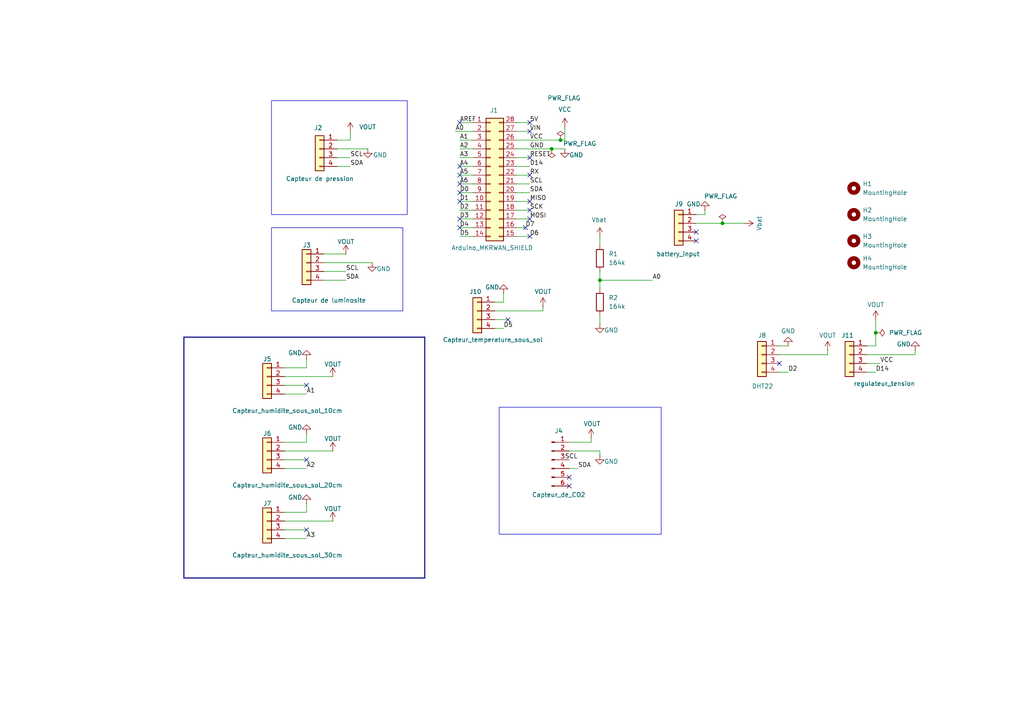
<source format=kicad_sch>
(kicad_sch (version 20250114) (generator "eeschema") (generator_version "9.0")
  (paper "A4")
  (lib_symbols
    (symbol "Connector:Conn_01x06_Pin" (pin_names (offset 1.016) (hide yes))
      (property "Reference" "J" (at 0 7.62 0))
      (property "Value" "Conn_01x06_Pin" (at 0 -10.16 0))
      (symbol "Conn_01x06_Pin_1_1"
        (rectangle (start 0.8636 5.207) (end 0 4.953) (stroke (width 0.1524)) (fill (type outline)))
        (rectangle (start 0.8636 2.667) (end 0 2.413) (stroke (width 0.1524)) (fill (type outline)))
        (rectangle (start 0.8636 0.127) (end 0 -0.127) (stroke (width 0.1524)) (fill (type outline)))
        (rectangle (start 0.8636 -2.413) (end 0 -2.667) (stroke (width 0.1524)) (fill (type outline)))
        (rectangle (start 0.8636 -4.953) (end 0 -5.207) (stroke (width 0.1524)) (fill (type outline)))
        (rectangle (start 0.8636 -7.493) (end 0 -7.747) (stroke (width 0.1524)) (fill (type outline)))
        (polyline (pts (xy 1.27 5.08) (xy 0.8636 5.08)) (stroke (width 0.1524)))
        (polyline (pts (xy 1.27 2.54) (xy 0.8636 2.54)) (stroke (width 0.1524)))
        (polyline (pts (xy 1.27 0) (xy 0.8636 0)) (stroke (width 0.1524)))
        (polyline (pts (xy 1.27 -2.54) (xy 0.8636 -2.54)) (stroke (width 0.1524)))
        (polyline (pts (xy 1.27 -5.08) (xy 0.8636 -5.08)) (stroke (width 0.1524)))
        (polyline (pts (xy 1.27 -7.62) (xy 0.8636 -7.62)) (stroke (width 0.1524)))
        (pin passive line (at 5.08 5.08 180) (length 3.81) (name "Pin_1") (number "1"))
        (pin passive line (at 5.08 2.54 180) (length 3.81) (name "Pin_2") (number "2"))
        (pin passive line (at 5.08 0 180) (length 3.81) (name "Pin_3") (number "3"))
        (pin passive line (at 5.08 -2.54 180) (length 3.81) (name "Pin_4") (number "4"))
        (pin passive line (at 5.08 -5.08 180) (length 3.81) (name "Pin_5") (number "5"))
        (pin passive line (at 5.08 -7.62 180) (length 3.81) (name "Pin_6") (number "6"))
      )
    )
    (symbol "Connector_Generic:Conn_01x04" (pin_names (offset 1.016) (hide yes))
      (property "Reference" "J" (at 0 5.08 0))
      (property "Value" "Conn_01x04" (at 0 -7.62 0))
      (symbol "Conn_01x04_1_1"
        (rectangle (start -1.27 3.81) (end 1.27 -6.35) (stroke (width 0.254)) (fill (type background)))
        (rectangle (start -1.27 2.667) (end 0 2.413) (stroke (width 0.1524)))
        (rectangle (start -1.27 0.127) (end 0 -0.127) (stroke (width 0.1524)))
        (rectangle (start -1.27 -2.413) (end 0 -2.667) (stroke (width 0.1524)))
        (rectangle (start -1.27 -4.953) (end 0 -5.207) (stroke (width 0.1524)))
        (pin passive line (at -5.08 2.54 0) (length 3.81) (name "Pin_1") (number "1"))
        (pin passive line (at -5.08 0 0) (length 3.81) (name "Pin_2") (number "2"))
        (pin passive line (at -5.08 -2.54 0) (length 3.81) (name "Pin_3") (number "3"))
        (pin passive line (at -5.08 -5.08 0) (length 3.81) (name "Pin_4") (number "4"))
      )
    )
    (symbol "Connector_Generic:Conn_02x14_Counter_Clockwise" (pin_names (offset 1.016) (hide yes))
      (property "Reference" "J" (at 1.27 17.78 0))
      (property "Value" "Conn_02x14_Counter_Clockwise" (at 1.27 -20.32 0))
      (symbol "Conn_02x14_Counter_Clockwise_1_1"
        (rectangle (start -1.27 16.51) (end 3.81 -19.05) (stroke (width 0.254)) (fill (type background)))
        (rectangle (start -1.27 15.367) (end 0 15.113) (stroke (width 0.1524)))
        (rectangle (start -1.27 12.827) (end 0 12.573) (stroke (width 0.1524)))
        (rectangle (start -1.27 10.287) (end 0 10.033) (stroke (width 0.1524)))
        (rectangle (start -1.27 7.747) (end 0 7.493) (stroke (width 0.1524)))
        (rectangle (start -1.27 5.207) (end 0 4.953) (stroke (width 0.1524)))
        (rectangle (start -1.27 2.667) (end 0 2.413) (stroke (width 0.1524)))
        (rectangle (start -1.27 0.127) (end 0 -0.127) (stroke (width 0.1524)))
        (rectangle (start -1.27 -2.413) (end 0 -2.667) (stroke (width 0.1524)))
        (rectangle (start -1.27 -4.953) (end 0 -5.207) (stroke (width 0.1524)))
        (rectangle (start -1.27 -7.493) (end 0 -7.747) (stroke (width 0.1524)))
        (rectangle (start -1.27 -10.033) (end 0 -10.287) (stroke (width 0.1524)))
        (rectangle (start -1.27 -12.573) (end 0 -12.827) (stroke (width 0.1524)))
        (rectangle (start -1.27 -15.113) (end 0 -15.367) (stroke (width 0.1524)))
        (rectangle (start -1.27 -17.653) (end 0 -17.907) (stroke (width 0.1524)))
        (rectangle (start 3.81 15.367) (end 2.54 15.113) (stroke (width 0.1524)))
        (rectangle (start 3.81 12.827) (end 2.54 12.573) (stroke (width 0.1524)))
        (rectangle (start 3.81 10.287) (end 2.54 10.033) (stroke (width 0.1524)))
        (rectangle (start 3.81 7.747) (end 2.54 7.493) (stroke (width 0.1524)))
        (rectangle (start 3.81 5.207) (end 2.54 4.953) (stroke (width 0.1524)))
        (rectangle (start 3.81 2.667) (end 2.54 2.413) (stroke (width 0.1524)))
        (rectangle (start 3.81 0.127) (end 2.54 -0.127) (stroke (width 0.1524)))
        (rectangle (start 3.81 -2.413) (end 2.54 -2.667) (stroke (width 0.1524)))
        (rectangle (start 3.81 -4.953) (end 2.54 -5.207) (stroke (width 0.1524)))
        (rectangle (start 3.81 -7.493) (end 2.54 -7.747) (stroke (width 0.1524)))
        (rectangle (start 3.81 -10.033) (end 2.54 -10.287) (stroke (width 0.1524)))
        (rectangle (start 3.81 -12.573) (end 2.54 -12.827) (stroke (width 0.1524)))
        (rectangle (start 3.81 -15.113) (end 2.54 -15.367) (stroke (width 0.1524)))
        (rectangle (start 3.81 -17.653) (end 2.54 -17.907) (stroke (width 0.1524)))
        (pin passive line (at -5.08 15.24 0) (length 3.81) (name "Pin_1") (number "1"))
        (pin passive line (at -5.08 12.7 0) (length 3.81) (name "Pin_2") (number "2"))
        (pin passive line (at -5.08 10.16 0) (length 3.81) (name "Pin_3") (number "3"))
        (pin passive line (at -5.08 7.62 0) (length 3.81) (name "Pin_4") (number "4"))
        (pin passive line (at -5.08 5.08 0) (length 3.81) (name "Pin_5") (number "5"))
        (pin passive line (at -5.08 2.54 0) (length 3.81) (name "Pin_6") (number "6"))
        (pin passive line (at -5.08 0 0) (length 3.81) (name "Pin_7") (number "7"))
        (pin passive line (at -5.08 -2.54 0) (length 3.81) (name "Pin_8") (number "8"))
        (pin passive line (at -5.08 -5.08 0) (length 3.81) (name "Pin_9") (number "9"))
        (pin passive line (at -5.08 -7.62 0) (length 3.81) (name "Pin_10") (number "10"))
        (pin passive line (at -5.08 -10.16 0) (length 3.81) (name "Pin_11") (number "11"))
        (pin passive line (at -5.08 -12.7 0) (length 3.81) (name "Pin_12") (number "12"))
        (pin passive line (at -5.08 -15.24 0) (length 3.81) (name "Pin_13") (number "13"))
        (pin passive line (at -5.08 -17.78 0) (length 3.81) (name "Pin_14") (number "14"))
        (pin passive line (at 7.62 15.24 180) (length 3.81) (name "Pin_28") (number "28"))
        (pin passive line (at 7.62 12.7 180) (length 3.81) (name "Pin_27") (number "27"))
        (pin passive line (at 7.62 10.16 180) (length 3.81) (name "Pin_26") (number "26"))
        (pin passive line (at 7.62 7.62 180) (length 3.81) (name "Pin_25") (number "25"))
        (pin passive line (at 7.62 5.08 180) (length 3.81) (name "Pin_24") (number "24"))
        (pin passive line (at 7.62 2.54 180) (length 3.81) (name "Pin_23") (number "23"))
        (pin passive line (at 7.62 0 180) (length 3.81) (name "Pin_22") (number "22"))
        (pin passive line (at 7.62 -2.54 180) (length 3.81) (name "Pin_21") (number "21"))
        (pin passive line (at 7.62 -5.08 180) (length 3.81) (name "Pin_20") (number "20"))
        (pin passive line (at 7.62 -7.62 180) (length 3.81) (name "Pin_19") (number "19"))
        (pin passive line (at 7.62 -10.16 180) (length 3.81) (name "Pin_18") (number "18"))
        (pin passive line (at 7.62 -12.7 180) (length 3.81) (name "Pin_17") (number "17"))
        (pin passive line (at 7.62 -15.24 180) (length 3.81) (name "Pin_16") (number "16"))
        (pin passive line (at 7.62 -17.78 180) (length 3.81) (name "Pin_15") (number "15"))
      )
    )
    (symbol "Device:R" (pin_numbers (hide yes)) (pin_names (offset 0))
      (property "Reference" "R" (at 2.032 0 90))
      (property "Value" "R" (at 0 0 90))
      (symbol "R_0_1"
        (rectangle (start -1.016 -2.54) (end 1.016 2.54) (stroke (width 0.254)))
      )
      (symbol "R_1_1"
        (pin passive line (at 0 3.81 270) (length 1.27) (name "~") (number "1"))
        (pin passive line (at 0 -3.81 90) (length 1.27) (name "~") (number "2"))
      )
    )
    (symbol "Mechanical:MountingHole" (pin_names (offset 1.016)) (exclude_from_sim yes) (in_bom no)
      (property "Reference" "H" (at 0 5.08 0))
      (property "Value" "MountingHole" (at 0 3.175 0))
      (symbol "MountingHole_0_1"
        (circle (center 0 0) (radius 1.27) (stroke (width 1.27)))
      )
    )
    (symbol "power:+3.3V" (power) (pin_numbers (hide yes)) (pin_names (offset 0) (hide yes))
      (property "Value" "+3.3V" (at 0 3.556 0))
      (symbol "+3.3V_0_1"
        (polyline (pts (xy -0.762 1.27) (xy 0 2.54)))
        (polyline (pts (xy 0 2.54) (xy 0.762 1.27)))
        (polyline (pts (xy 0 0) (xy 0 2.54)))
      )
      (symbol "+3.3V_1_1"
        (pin power_in line (at 0 0 90) (length 0) (name "~") (number "1"))
      )
    )
    (symbol "power:GND" (power) (pin_numbers (hide yes)) (pin_names (offset 0) (hide yes))
      (property "Value" "GND" (at 0 -3.81 0))
      (symbol "GND_0_1"
        (polyline (pts (xy 0 0) (xy 0 -1.27) (xy 1.27 -1.27) (xy 0 -2.54) (xy -1.27 -1.27) (xy 0 -1.27)))
      )
      (symbol "GND_1_1"
        (pin power_in line (at 0 0 270) (length 0) (name "~") (number "1"))
      )
    )
    (symbol "power:PWR_FLAG" (power) (pin_numbers (hide yes)) (pin_names (offset 0) (hide yes))
      (property "Value" "PWR_FLAG" (at 0 3.81 0))
      (symbol "PWR_FLAG_0_0"
        (pin power_out line (at 0 0 90) (length 0) (name "~") (number "1"))
      )
      (symbol "PWR_FLAG_0_1"
        (polyline (pts (xy 0 0) (xy 0 1.27) (xy -1.016 1.905) (xy 0 2.54) (xy 1.016 1.905) (xy 0 1.27)))
      )
    )
    (symbol "power:VCC" (power) (pin_numbers (hide yes)) (pin_names (offset 0) (hide yes))
      (property "Value" "VCC" (at 0 3.556 0))
      (symbol "VCC_0_1"
        (polyline (pts (xy -0.762 1.27) (xy 0 2.54)))
        (polyline (pts (xy 0 2.54) (xy 0.762 1.27)))
        (polyline (pts (xy 0 0) (xy 0 2.54)))
      )
      (symbol "VCC_1_1"
        (pin power_in line (at 0 0 90) (length 0) (name "~") (number "1"))
      )
    )
  )
  (rectangle (start 78.74 29.21) (end 118.11 62.23))
  (rectangle (start 78.74 66.04) (end 116.84 90.17))
  (rectangle (start 144.78 118.11) (end 191.77 154.94))
  (junction (at 160.02 43.18))
  (junction (at 209.55 64.77))
  (junction (at 162.56 40.64))
  (junction (at 254 96.52))
  (junction (at 173.99 81.28))
  (no_connect (at 133.35 55.88))
  (no_connect (at 153.67 63.5))
  (no_connect (at 133.35 35.56))
  (no_connect (at 88.9 153.67))
  (no_connect (at 165.1 140.97))
  (no_connect (at 153.67 35.56))
  (no_connect (at 153.67 50.8))
  (no_connect (at 133.35 48.26))
  (no_connect (at 226.06 105.41))
  (no_connect (at 153.67 38.1))
  (no_connect (at 133.35 63.5))
  (no_connect (at 153.67 45.72))
  (no_connect (at 133.35 50.8))
  (no_connect (at 153.67 68.58))
  (no_connect (at 133.35 58.42))
  (no_connect (at 153.67 60.96))
  (no_connect (at 201.93 67.31))
  (no_connect (at 152.4 66.04))
  (no_connect (at 88.9 133.35))
  (no_connect (at 165.1 138.43))
  (no_connect (at 153.67 58.42))
  (no_connect (at 133.35 66.04))
  (no_connect (at 88.9 111.76))
  (no_connect (at 201.93 69.85))
  (no_connect (at 147.32 92.71))
  (no_connect (at 133.35 53.34))
  (wire (pts (xy 82.55 153.67) (xy 88.9 153.67)))
  (wire (pts (xy 97.79 48.26) (xy 101.6 48.26)))
  (wire (pts (xy 201.93 62.23) (xy 204.47 62.23)))
  (wire (pts (xy 251.46 102.87) (xy 265.43 102.87)))
  (wire (pts (xy 82.55 133.35) (xy 88.9 133.35)))
  (wire (pts (xy 82.55 128.27) (xy 88.9 128.27)))
  (wire (pts (xy 173.99 78.74) (xy 173.99 81.28)))
  (bus (pts (xy 53.34 97.79) (xy 123.19 97.79)))
  (wire (pts (xy 82.55 114.3) (xy 88.9 114.3)))
  (wire (pts (xy 171.45 127) (xy 171.45 128.27)))
  (wire (pts (xy 82.55 111.76) (xy 88.9 111.76)))
  (wire (pts (xy 201.93 64.77) (xy 209.55 64.77)))
  (wire (pts (xy 163.83 133.35) (xy 165.1 133.35)))
  (wire (pts (xy 143.51 90.17) (xy 157.48 90.17)))
  (wire (pts (xy 97.79 43.18) (xy 106.68 43.18)))
  (wire (pts (xy 133.35 55.88) (xy 137.16 55.88)))
  (wire (pts (xy 82.55 148.59) (xy 88.9 148.59)))
  (wire (pts (xy 146.05 85.09) (xy 146.05 87.63)))
  (wire (pts (xy 149.86 55.88) (xy 153.67 55.88)))
  (wire (pts (xy 82.55 106.68) (xy 88.9 106.68)))
  (wire (pts (xy 88.9 146.05) (xy 88.9 148.59)))
  (wire (pts (xy 143.51 87.63) (xy 146.05 87.63)))
  (bus (pts (xy 123.19 97.79) (xy 123.19 167.64)))
  (wire (pts (xy 93.98 81.28) (xy 100.33 81.28)))
  (wire (pts (xy 149.86 48.26) (xy 153.67 48.26)))
  (wire (pts (xy 149.86 43.18) (xy 160.02 43.18)))
  (wire (pts (xy 133.35 53.34) (xy 137.16 53.34)))
  (wire (pts (xy 254 92.71) (xy 254 96.52)))
  (wire (pts (xy 149.86 38.1) (xy 153.67 38.1)))
  (wire (pts (xy 226.06 100.33) (xy 228.6 100.33)))
  (wire (pts (xy 162.56 40.64) (xy 163.83 40.64)))
  (wire (pts (xy 160.02 43.18) (xy 163.83 43.18)))
  (wire (pts (xy 157.48 88.9) (xy 157.48 90.17)))
  (wire (pts (xy 149.86 50.8) (xy 153.67 50.8)))
  (wire (pts (xy 132.08 38.1) (xy 137.16 38.1)))
  (wire (pts (xy 254 96.52) (xy 254 100.33)))
  (wire (pts (xy 88.9 104.14) (xy 88.9 106.68)))
  (wire (pts (xy 165.1 135.89) (xy 167.64 135.89)))
  (wire (pts (xy 149.86 63.5) (xy 153.67 63.5)))
  (wire (pts (xy 226.06 102.87) (xy 240.03 102.87)))
  (wire (pts (xy 149.86 40.64) (xy 162.56 40.64)))
  (wire (pts (xy 133.35 63.5) (xy 137.16 63.5)))
  (wire (pts (xy 82.55 151.13) (xy 96.52 151.13)))
  (wire (pts (xy 149.86 53.34) (xy 153.67 53.34)))
  (wire (pts (xy 133.35 68.58) (xy 137.16 68.58)))
  (wire (pts (xy 163.83 36.83) (xy 163.83 40.64)))
  (wire (pts (xy 251.46 107.95) (xy 254 107.95)))
  (wire (pts (xy 133.35 35.56) (xy 137.16 35.56)))
  (wire (pts (xy 209.55 64.77) (xy 215.9 64.77)))
  (wire (pts (xy 173.99 81.28) (xy 189.23 81.28)))
  (wire (pts (xy 133.35 60.96) (xy 137.16 60.96)))
  (wire (pts (xy 82.55 135.89) (xy 88.9 135.89)))
  (bus (pts (xy 123.19 167.64) (xy 53.34 167.64)))
  (wire (pts (xy 133.35 45.72) (xy 137.16 45.72)))
  (wire (pts (xy 82.55 109.22) (xy 96.52 109.22)))
  (wire (pts (xy 133.35 40.64) (xy 137.16 40.64)))
  (wire (pts (xy 149.86 58.42) (xy 153.67 58.42)))
  (wire (pts (xy 149.86 68.58) (xy 153.67 68.58)))
  (wire (pts (xy 173.99 130.81) (xy 173.99 132.08)))
  (wire (pts (xy 149.86 35.56) (xy 153.67 35.56)))
  (wire (pts (xy 101.6 38.1) (xy 101.6 40.64)))
  (wire (pts (xy 133.35 58.42) (xy 137.16 58.42)))
  (wire (pts (xy 173.99 91.44) (xy 173.99 93.98)))
  (wire (pts (xy 97.79 40.64) (xy 101.6 40.64)))
  (wire (pts (xy 251.46 105.41) (xy 255.27 105.41)))
  (wire (pts (xy 82.55 156.21) (xy 88.9 156.21)))
  (wire (pts (xy 93.98 73.66) (xy 100.33 73.66)))
  (wire (pts (xy 82.55 130.81) (xy 96.52 130.81)))
  (wire (pts (xy 93.98 76.2) (xy 107.95 76.2)))
  (wire (pts (xy 93.98 78.74) (xy 100.33 78.74)))
  (wire (pts (xy 173.99 68.58) (xy 173.99 71.12)))
  (bus (pts (xy 53.34 167.64) (xy 53.34 97.79)))
  (wire (pts (xy 149.86 60.96) (xy 153.67 60.96)))
  (wire (pts (xy 240.03 101.6) (xy 240.03 102.87)))
  (wire (pts (xy 265.43 101.6) (xy 265.43 102.87)))
  (wire (pts (xy 251.46 100.33) (xy 254 100.33)))
  (wire (pts (xy 143.51 92.71) (xy 147.32 92.71)))
  (wire (pts (xy 165.1 128.27) (xy 171.45 128.27)))
  (wire (pts (xy 226.06 107.95) (xy 228.6 107.95)))
  (wire (pts (xy 133.35 43.18) (xy 137.16 43.18)))
  (wire (pts (xy 173.99 81.28) (xy 173.99 83.82)))
  (wire (pts (xy 152.4 66.04) (xy 149.86 66.04)))
  (wire (pts (xy 88.9 125.73) (xy 88.9 128.27)))
  (wire (pts (xy 133.35 66.04) (xy 137.16 66.04)))
  (wire (pts (xy 165.1 130.81) (xy 173.99 130.81)))
  (wire (pts (xy 149.86 45.72) (xy 153.67 45.72)))
  (wire (pts (xy 133.35 48.26) (xy 137.16 48.26)))
  (wire (pts (xy 97.79 45.72) (xy 101.6 45.72)))
  (wire (pts (xy 204.47 60.96) (xy 204.47 62.23)))
  (wire (pts (xy 133.35 50.8) (xy 137.16 50.8)))
  (wire (pts (xy 143.51 95.25) (xy 146.05 95.25)))
  (label "A2" (at 88.9 135.89 0))
  (label "MISO" (at 153.67 58.42 0))
  (label "SDA" (at 153.67 55.88 0))
  (label "SDA" (at 167.64 135.89 0))
  (label "A2" (at 133.35 43.18 0))
  (label "A1" (at 133.35 40.64 0))
  (label "D2" (at 133.35 60.96 0))
  (label "D3" (at 133.35 63.5 0))
  (label "A6" (at 133.35 53.34 0))
  (label "VCC" (at 255.27 105.41 0))
  (label "A0" (at 132.08 38.1 0))
  (label "A0" (at 189.23 81.28 0))
  (label "A1" (at 88.9 114.3 0))
  (label "SCK" (at 153.67 60.96 0))
  (label "SDA" (at 101.6 48.26 0))
  (label "SCL" (at 153.67 53.34 0))
  (label "D2" (at 228.6 107.95 0))
  (label "VCC" (at 153.67 40.64 0))
  (label "D14" (at 254 107.95 0))
  (label "SCL" (at 100.33 78.74 0))
  (label "MOSI" (at 153.67 63.5 0))
  (label "D5" (at 133.35 68.58 0))
  (label "GND" (at 153.67 43.18 0))
  (label "D7" (at 152.4 66.04 0))
  (label "D6" (at 153.67 68.58 0))
  (label "SCL" (at 163.83 133.35 0))
  (label "A3" (at 133.35 45.72 0))
  (label "D14" (at 153.67 48.26 0))
  (label "AREF" (at 133.35 35.56 0))
  (label "D5" (at 146.05 95.25 0))
  (label "D0" (at 133.35 55.88 0))
  (label "VIN" (at 153.67 38.1 0))
  (label "D1" (at 133.35 58.42 0))
  (label "SCL" (at 101.6 45.72 0))
  (label "A5" (at 133.35 50.8 0))
  (label "5V" (at 153.67 35.56 0))
  (label "D4" (at 133.35 66.04 0))
  (label "RESET" (at 153.67 45.72 0))
  (label "A4" (at 133.35 48.26 0))
  (label "A3" (at 88.9 156.21 0))
  (label "RX" (at 153.67 50.8 0))
  (label "SDA" (at 100.33 81.28 0))
  (symbol (lib_id "power:GND") (at 204.47 60.96 180) (unit 1)
    (property "Reference" "#PWR017" (effects (hide yes)))
    (property "Value" "GND" (at 201.168 59.182 0))
    (property "Description" "Power symbol creates a global label with name \"GND\" , ground" (effects (hide yes)))
  )
  (symbol (lib_id "power:PWR_FLAG") (at 209.55 64.77 0) (unit 1)
    (property "Reference" "#FLG02" (effects (hide yes)))
    (property "Value" "PWR_FLAG" (at 209.042 56.896 0))
    (property "Description" "Special symbol for telling ERC where power comes from" (effects (hide yes)))
  )
  (symbol (lib_id "power:GND") (at 88.9 125.73 180) (unit 1)
    (property "Reference" "#PWR09" (effects (hide yes)))
    (property "Value" "GND" (at 85.598 123.952 0))
    (property "Description" "Power symbol creates a global label with name \"GND\" , ground" (effects (hide yes)))
  )
  (symbol (lib_id "power:GND") (at 146.05 85.09 180) (unit 1)
    (property "Reference" "#PWR026" (effects (hide yes)))
    (property "Value" "GND" (at 142.748 83.312 0))
    (property "Description" "Power symbol creates a global label with name \"GND\" , ground" (effects (hide yes)))
  )
  (symbol (lib_id "Mechanical:MountingHole") (at 247.65 54.61 0) (unit 1) (exclude_from_sim yes) (in_bom no)
    (property "Reference" "H1" (at 250.19 53.3399 0) (effects (justify left)))
    (property "Value" "MountingHole" (at 250.19 55.8799 0) (effects (justify left)))
    (property "Footprint" "MountingHole:MountingHole_2.5mm_Pad" (effects (hide yes)))
    (property "Description" "Mounting Hole without connection" (effects (hide yes)))
  )
  (symbol (lib_id "power:VCC") (at 100.33 73.66 0) (unit 1)
    (property "Reference" "#PWR07" (effects (hide yes)))
    (property "Value" "VOUT" (at 100.33 70.104 0))
    (property "Description" "Power symbol creates a global label with name \"VCC\"" (effects (hide yes)))
  )
  (symbol (lib_id "power:VCC") (at 171.45 127 0) (unit 1)
    (property "Reference" "#PWR028" (effects (hide yes)))
    (property "Value" "VOUT" (at 171.704 122.936 0))
    (property "Description" "Power symbol creates a global label with name \"VCC\"" (effects (hide yes)))
  )
  (symbol (lib_id "power:GND") (at 88.9 146.05 180) (unit 1)
    (property "Reference" "#PWR020" (effects (hide yes)))
    (property "Value" "GND" (at 85.598 144.272 0))
    (property "Description" "Power symbol creates a global label with name \"GND\" , ground" (effects (hide yes)))
  )
  (symbol (lib_id "power:VCC") (at 240.03 101.6 0) (unit 1)
    (property "Reference" "#PWR010" (effects (hide yes)))
    (property "Value" "VOUT" (at 240.03 97.282 0))
    (property "Description" "Power symbol creates a global label with name \"VCC\"" (effects (hide yes)))
  )
  (symbol (lib_id "power:PWR_FLAG") (at 254 96.52 270) (unit 1)
    (property "Reference" "#FLG03" (effects (hide yes)))
    (property "Value" "PWR_FLAG" (at 257.81 96.5199 90) (effects (justify left)))
    (property "Description" "Special symbol for telling ERC where power comes from" (effects (hide yes)))
  )
  (symbol (lib_id "power:GND") (at 163.83 43.18 0) (unit 1)
    (property "Reference" "#PWR05" (effects (hide yes)))
    (property "Value" "GND" (at 167.132 44.958 0))
    (property "Description" "Power symbol creates a global label with name \"GND\" , ground" (effects (hide yes)))
  )
  (symbol (lib_id "power:GND") (at 173.99 132.08 0) (unit 1)
    (property "Reference" "#PWR029" (effects (hide yes)))
    (property "Value" "GND" (at 177.292 133.858 0))
    (property "Description" "Power symbol creates a global label with name \"GND\" , ground" (effects (hide yes)))
  )
  (symbol (lib_id "Connector_Generic:Conn_01x04") (at 138.43 90.17 0) (mirror y) (unit 1)
    (property "Reference" "J10" (at 139.7 84.582 0) (effects (justify left)))
    (property "Value" "Capteur_temperature_sous_sol" (at 157.48 98.552 0) (effects (justify left)))
    (property "Footprint" "Connector_JST:JST_PH_B4B-PH-K_1x04_P2.00mm_Vertical" (effects (hide yes)))
    (property "Description" "Generic connector, single row, 01x04, script generated (kicad-library-utils/schlib/autogen/connector/)" (effects (hide yes)))
  )
  (symbol (lib_id "Connector:Conn_01x06_Pin") (at 160.02 133.35 0) (unit 1)
    (property "Reference" "J4" (at 162.052 124.968 0))
    (property "Value" "Capteur_de_CO2" (at 162.052 143.51 0))
    (property "Footprint" "Connector_PinSocket_2.54mm:PinSocket_1x06_P2.54mm_Vertical" (effects (hide yes)))
    (property "Description" "Generic connector, single row, 01x06, script generated" (effects (hide yes)))
  )
  (symbol (lib_id "Mechanical:MountingHole") (at 247.65 76.2 0) (unit 1) (exclude_from_sim yes) (in_bom no)
    (property "Reference" "H4" (at 250.19 74.9299 0) (effects (justify left)))
    (property "Value" "MountingHole" (at 250.19 77.4699 0) (effects (justify left)))
    (property "Footprint" "MountingHole:MountingHole_2.5mm_Pad" (effects (hide yes)))
    (property "Description" "Mounting Hole without connection" (effects (hide yes)))
  )
  (symbol (lib_id "power:+3.3V") (at 101.6 38.1 0) (unit 1)
    (property "Reference" "#PWR06" (effects (hide yes)))
    (property "Value" "VOUT" (at 104.14 36.8299 0) (effects (justify left)))
    (property "Description" "Power symbol creates a global label with name \"+3.3V\"" (effects (hide yes)))
  )
  (symbol (lib_id "Connector_Generic:Conn_01x04") (at 220.98 102.87 0) (mirror y) (unit 1)
    (property "Reference" "J8" (at 222.25 97.282 0) (effects (justify left)))
    (property "Value" "DHT22" (at 224.282 112.014 0) (effects (justify left)))
    (property "Footprint" "Connector_JST:JST_PH_B4B-PH-K_1x04_P2.00mm_Vertical" (effects (hide yes)))
    (property "Description" "Generic connector, single row, 01x04, script generated (kicad-library-utils/schlib/autogen/connector/)" (effects (hide yes)))
  )
  (symbol (lib_id "power:GND") (at 106.68 43.18 0) (unit 1)
    (property "Reference" "#PWR01" (effects (hide yes)))
    (property "Value" "GND" (at 110.236 44.958 0))
    (property "Description" "Power symbol creates a global label with name \"GND\" , ground" (effects (hide yes)))
  )
  (symbol (lib_id "Connector_Generic:Conn_01x04") (at 196.85 64.77 0) (mirror y) (unit 1)
    (property "Reference" "J9" (at 198.12 59.182 0) (effects (justify left)))
    (property "Value" "battery_input" (at 202.946 73.66 0) (effects (justify left)))
    (property "Footprint" "Connector_JST:JST_PH_B4B-PH-K_1x04_P2.00mm_Vertical" (effects (hide yes)))
    (property "Description" "Generic connector, single row, 01x04, script generated (kicad-library-utils/schlib/autogen/connector/)" (effects (hide yes)))
  )
  (symbol (lib_id "power:+3.3V") (at 163.83 36.83 0) (unit 1)
    (property "Reference" "#PWR018" (effects (hide yes)))
    (property "Value" "VCC" (at 163.83 31.75 0))
    (property "Description" "Power symbol creates a global label with name \"+3.3V\"" (effects (hide yes)))
  )
  (symbol (lib_id "power:GND") (at 228.6 100.33 180) (unit 1)
    (property "Reference" "#PWR019" (effects (hide yes)))
    (property "Value" "GND" (at 228.6 96.012 0))
    (property "Description" "Power symbol creates a global label with name \"GND\" , ground" (effects (hide yes)))
  )
  (symbol (lib_id "power:VCC") (at 96.52 151.13 0) (unit 1)
    (property "Reference" "#PWR021" (effects (hide yes)))
    (property "Value" "VOUT" (at 96.52 147.574 0))
    (property "Description" "Power symbol creates a global label with name \"VCC\"" (effects (hide yes)))
  )
  (symbol (lib_id "power:VCC") (at 173.99 68.58 0) (unit 1)
    (property "Reference" "#PWR013" (effects (hide yes)))
    (property "Value" "Vbat" (at 173.736 63.754 0))
    (property "Description" "Power symbol creates a global label with name \"VCC\"" (effects (hide yes)))
  )
  (symbol (lib_id "Connector_Generic:Conn_01x04") (at 92.71 43.18 0) (mirror y) (unit 1)
    (property "Reference" "J2" (at 93.472 37.084 0) (effects (justify left)))
    (property "Value" "Capteur de pression" (at 102.616 51.816 0) (effects (justify left)))
    (property "Footprint" "Connector_PinSocket_2.54mm:PinSocket_1x04_P2.54mm_Vertical" (effects (hide yes)))
    (property "Description" "Generic connector, single row, 01x04, script generated (kicad-library-utils/schlib/autogen/connector/)" (effects (hide yes)))
  )
  (symbol (lib_id "power:GND") (at 173.99 93.98 0) (unit 1)
    (property "Reference" "#PWR014" (effects (hide yes)))
    (property "Value" "GND" (at 177.292 95.758 0))
    (property "Description" "Power symbol creates a global label with name \"GND\" , ground" (effects (hide yes)))
  )
  (symbol (lib_id "Connector_Generic:Conn_01x04") (at 246.38 102.87 0) (mirror y) (unit 1)
    (property "Reference" "J11" (at 247.65 97.282 0) (effects (justify left)))
    (property "Value" "regulateur_tension" (at 265.43 111.252 0) (effects (justify left)))
    (property "Footprint" "Connector_PinHeader_2.54mm:PinHeader_1x04_P2.54mm_Vertical" (effects (hide yes)))
    (property "Description" "Generic connector, single row, 01x04, script generated (kicad-library-utils/schlib/autogen/connector/)" (effects (hide yes)))
  )
  (symbol (lib_id "power:GND") (at 107.95 76.2 0) (unit 1)
    (property "Reference" "#PWR02" (effects (hide yes)))
    (property "Value" "GND" (at 111.252 77.978 0))
    (property "Description" "Power symbol creates a global label with name \"GND\" , ground" (effects (hide yes)))
  )
  (symbol (lib_id "Mechanical:MountingHole") (at 247.65 69.85 0) (unit 1) (exclude_from_sim yes) (in_bom no)
    (property "Reference" "H3" (at 250.19 68.5799 0) (effects (justify left)))
    (property "Value" "MountingHole" (at 250.19 71.1199 0) (effects (justify left)))
    (property "Footprint" "MountingHole:MountingHole_2.5mm_Pad" (effects (hide yes)))
    (property "Description" "Mounting Hole without connection" (effects (hide yes)))
  )
  (symbol (lib_id "Connector_Generic:Conn_01x04") (at 88.9 76.2 0) (mirror y) (unit 1)
    (property "Reference" "J3" (at 90.17 71.12 0) (effects (justify left)))
    (property "Value" "Capteur de luminosite" (at 106.172 87.122 0) (effects (justify left)))
    (property "Footprint" "Connector_PinHeader_2.54mm:PinHeader_1x04_P2.54mm_Vertical" (effects (hide yes)))
    (property "Description" "Generic connector, single row, 01x04, script generated (kicad-library-utils/schlib/autogen/connector/)" (effects (hide yes)))
  )
  (symbol (lib_id "Connector_Generic:Conn_02x14_Counter_Clockwise") (at 142.24 50.8 0) (unit 1)
    (property "Reference" "J1" (at 143.256 32.004 0))
    (property "Value" "Arduino_MKRWAN_SHIELD" (at 142.748 71.882 0))
    (property "Footprint" "ARDUINO_MKR_WAN_1310:BOARD_ARDUINO_MKR_WAN_1310_MODIFIED" (effects (hide yes)))
    (property "Description" "Generic connector, double row, 02x14, counter clockwise pin numbering scheme (similar to DIP package numbering), script generated (kicad-library-utils/schlib/autogen/connector/)" (effects (hide yes)))
  )
  (symbol (lib_id "Device:R") (at 173.99 87.63 0) (unit 1)
    (property "Reference" "R2" (at 176.53 86.3599 0) (effects (justify left)))
    (property "Value" "164k" (at 176.53 88.8999 0) (effects (justify left)))
    (property "Footprint" "Resistor_THT:R_Axial_DIN0309_L9.0mm_D3.2mm_P12.70mm_Horizontal" (effects (hide yes)))
    (property "Description" "Resistor" (effects (hide yes)))
  )
  (symbol (lib_id "Connector_Generic:Conn_01x04") (at 77.47 151.13 0) (mirror y) (unit 1)
    (property "Reference" "J7" (at 78.74 146.05 0) (effects (justify left)))
    (property "Value" "Capteur_humidite_sous_sol_30cm" (at 99.314 161.036 0) (effects (justify left)))
    (property "Footprint" "Connector_JST:JST_PH_B4B-PH-K_1x04_P2.00mm_Vertical" (effects (hide yes)))
    (property "Description" "Generic connector, single row, 01x04, script generated (kicad-library-utils/schlib/autogen/connector/)" (effects (hide yes)))
  )
  (symbol (lib_id "power:GND") (at 88.9 104.14 180) (unit 1)
    (property "Reference" "#PWR04" (effects (hide yes)))
    (property "Value" "GND" (at 85.598 102.362 0))
    (property "Description" "Power symbol creates a global label with name \"GND\" , ground" (effects (hide yes)))
  )
  (symbol (lib_id "power:PWR_FLAG") (at 162.56 40.64 0) (unit 1)
    (property "Reference" "#FLG01" (effects (hide yes)))
    (property "Value" "PWR_FLAG" (at 163.576 28.448 0))
    (property "Description" "Special symbol for telling ERC where power comes from" (effects (hide yes)))
  )
  (symbol (lib_id "Mechanical:MountingHole") (at 247.65 62.23 0) (unit 1) (exclude_from_sim yes) (in_bom no)
    (property "Reference" "H2" (at 250.19 60.9599 0) (effects (justify left)))
    (property "Value" "MountingHole" (at 250.19 63.4999 0) (effects (justify left)))
    (property "Footprint" "MountingHole:MountingHole_2.5mm_Pad" (effects (hide yes)))
    (property "Description" "Mounting Hole without connection" (effects (hide yes)))
  )
  (symbol (lib_id "power:VCC") (at 215.9 64.77 270) (unit 1)
    (property "Reference" "#PWR016" (effects (hide yes)))
    (property "Value" "Vbat" (at 220.218 64.77 0))
    (property "Description" "Power symbol creates a global label with name \"VCC\"" (effects (hide yes)))
  )
  (symbol (lib_id "Connector_Generic:Conn_01x04") (at 77.47 130.81 0) (mirror y) (unit 1)
    (property "Reference" "J6" (at 78.74 125.73 0) (effects (justify left)))
    (property "Value" "Capteur_humidite_sous_sol_20cm" (at 99.314 140.716 0) (effects (justify left)))
    (property "Footprint" "Connector_JST:JST_PH_B4B-PH-K_1x04_P2.00mm_Vertical" (effects (hide yes)))
    (property "Description" "Generic connector, single row, 01x04, script generated (kicad-library-utils/schlib/autogen/connector/)" (effects (hide yes)))
  )
  (symbol (lib_id "power:VCC") (at 254 92.71 0) (unit 1)
    (property "Reference" "#PWR03" (effects (hide yes)))
    (property "Value" "VOUT" (at 254 88.392 0))
    (property "Description" "Power symbol creates a global label with name \"VCC\"" (effects (hide yes)))
  )
  (symbol (lib_id "power:VCC") (at 96.52 109.22 0) (unit 1)
    (property "Reference" "#PWR08" (effects (hide yes)))
    (property "Value" "VOUT" (at 96.52 105.664 0))
    (property "Description" "Power symbol creates a global label with name \"VCC\"" (effects (hide yes)))
  )
  (symbol (lib_id "power:VCC") (at 96.52 130.81 0) (unit 1)
    (property "Reference" "#PWR012" (effects (hide yes)))
    (property "Value" "VOUT" (at 96.52 127.254 0))
    (property "Description" "Power symbol creates a global label with name \"VCC\"" (effects (hide yes)))
  )
  (symbol (lib_id "power:VCC") (at 157.48 88.9 0) (unit 1)
    (property "Reference" "#PWR011" (effects (hide yes)))
    (property "Value" "VOUT" (at 157.48 84.582 0))
    (property "Description" "Power symbol creates a global label with name \"VCC\"" (effects (hide yes)))
  )
  (symbol (lib_id "Connector_Generic:Conn_01x04") (at 77.47 109.22 0) (mirror y) (unit 1)
    (property "Reference" "J5" (at 78.74 104.14 0) (effects (justify left)))
    (property "Value" "Capteur_humidite_sous_sol_10cm" (at 99.314 119.126 0) (effects (justify left)))
    (property "Footprint" "Connector_JST:JST_PH_B4B-PH-K_1x04_P2.00mm_Vertical" (effects (hide yes)))
    (property "Description" "Generic connector, single row, 01x04, script generated (kicad-library-utils/schlib/autogen/connector/)" (effects (hide yes)))
  )
  (symbol (lib_id "power:GND") (at 265.43 101.6 180) (unit 1)
    (property "Reference" "#PWR027" (effects (hide yes)))
    (property "Value" "GND" (at 262.128 99.822 0))
    (property "Description" "Power symbol creates a global label with name \"GND\" , ground" (effects (hide yes)))
  )
  (symbol (lib_id "Device:R") (at 173.99 74.93 0) (unit 1)
    (property "Reference" "R1" (at 176.53 73.6599 0) (effects (justify left)))
    (property "Value" "164k" (at 176.53 76.1999 0) (effects (justify left)))
    (property "Footprint" "Resistor_THT:R_Axial_DIN0309_L9.0mm_D3.2mm_P12.70mm_Horizontal" (effects (hide yes)))
    (property "Description" "Resistor" (effects (hide yes)))
  )
  (symbol (lib_id "power:PWR_FLAG") (at 160.02 43.18 180) (unit 1)
    (property "Reference" "#FLG04" (effects (hide yes)))
    (property "Value" "PWR_FLAG" (at 168.148 41.656 0))
    (property "Description" "Special symbol for telling ERC where power comes from" (effects (hide yes)))
  )
)
</source>
